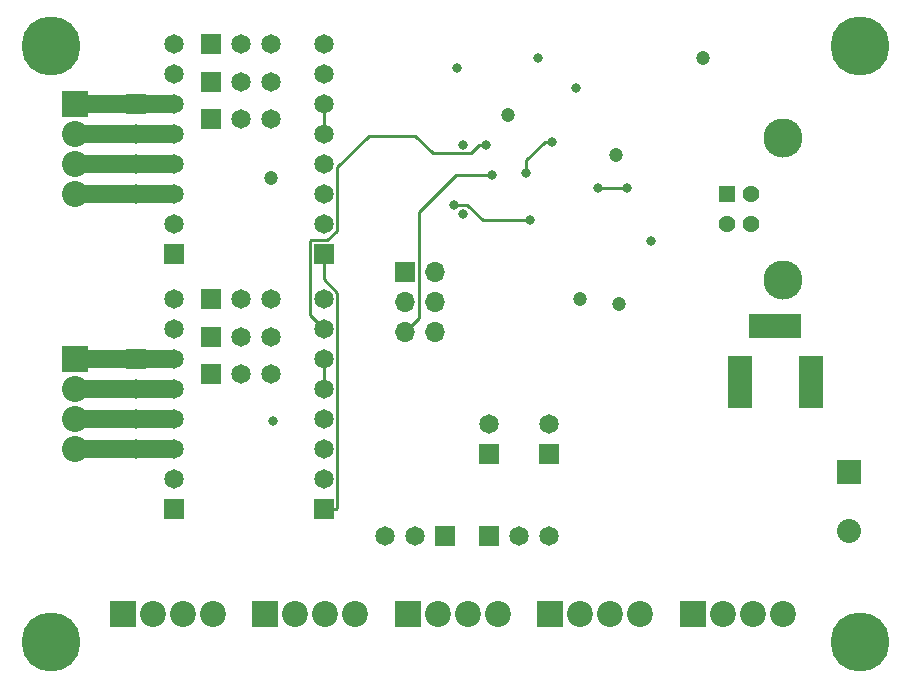
<source format=gbr>
G04 #@! TF.GenerationSoftware,KiCad,Pcbnew,5.1.2-1.fc30*
G04 #@! TF.CreationDate,2019-09-11T07:26:08-04:00*
G04 #@! TF.ProjectId,Platypus,506c6174-7970-4757-932e-6b696361645f,rev?*
G04 #@! TF.SameCoordinates,Original*
G04 #@! TF.FileFunction,Copper,L4,Bot*
G04 #@! TF.FilePolarity,Positive*
%FSLAX46Y46*%
G04 Gerber Fmt 4.6, Leading zero omitted, Abs format (unit mm)*
G04 Created by KiCad (PCBNEW 5.1.2-1.fc30) date 2019-09-11 07:26:08*
%MOMM*%
%LPD*%
G04 APERTURE LIST*
%ADD10C,1.651000*%
%ADD11R,1.651000X1.651000*%
%ADD12R,4.500000X2.000000*%
%ADD13R,2.000000X4.500000*%
%ADD14C,2.200000*%
%ADD15R,2.200000X2.200000*%
%ADD16R,1.700000X1.700000*%
%ADD17O,1.700000X1.700000*%
%ADD18C,3.316000*%
%ADD19C,1.428000*%
%ADD20R,1.428000X1.428000*%
%ADD21C,5.000000*%
%ADD22R,2.032000X2.032000*%
%ADD23C,2.032000*%
%ADD24C,0.800000*%
%ADD25C,1.200000*%
%ADD26C,0.250000*%
%ADD27C,1.500000*%
G04 APERTURE END LIST*
D10*
X176530000Y-72771000D03*
X179070000Y-72771000D03*
D11*
X181610000Y-72771000D03*
X161798000Y-37465000D03*
D10*
X164338000Y-37465000D03*
X166878000Y-37465000D03*
D11*
X161798000Y-34290000D03*
D10*
X164338000Y-34290000D03*
X166878000Y-34290000D03*
X166878000Y-31115000D03*
X164338000Y-31115000D03*
D11*
X161798000Y-31115000D03*
D10*
X171323000Y-31115000D03*
X171323000Y-33655000D03*
X171323000Y-36195000D03*
X171323000Y-38735000D03*
X171323000Y-41275000D03*
X171323000Y-43815000D03*
X171323000Y-46355000D03*
D11*
X171323000Y-48895000D03*
D10*
X158623000Y-31115000D03*
X158623000Y-33655000D03*
X158623000Y-36195000D03*
X158623000Y-38735000D03*
X158623000Y-41275000D03*
X158623000Y-43815000D03*
X158623000Y-46355000D03*
D11*
X158623000Y-48895000D03*
D10*
X166878000Y-59055000D03*
X164338000Y-59055000D03*
D11*
X161798000Y-59055000D03*
D10*
X166878000Y-55880000D03*
X164338000Y-55880000D03*
D11*
X161798000Y-55880000D03*
X161798000Y-52705000D03*
D10*
X164338000Y-52705000D03*
X166878000Y-52705000D03*
D11*
X171323000Y-70485000D03*
D10*
X171323000Y-67945000D03*
X171323000Y-65405000D03*
X171323000Y-62865000D03*
X171323000Y-60325000D03*
X171323000Y-57785000D03*
X171323000Y-55245000D03*
X171323000Y-52705000D03*
D11*
X158623000Y-70485000D03*
D10*
X158623000Y-67945000D03*
X158623000Y-65405000D03*
X158623000Y-62865000D03*
X158623000Y-60325000D03*
X158623000Y-57785000D03*
X158623000Y-55245000D03*
X158623000Y-52705000D03*
D12*
X209550000Y-54990000D03*
D13*
X206550000Y-59690000D03*
X212550000Y-59690000D03*
D14*
X186055000Y-79375000D03*
X183515000Y-79375000D03*
X180975000Y-79375000D03*
D15*
X178435000Y-79375000D03*
X190500000Y-79375000D03*
D14*
X193040000Y-79375000D03*
X195580000Y-79375000D03*
X198120000Y-79375000D03*
D11*
X190373000Y-65786000D03*
D10*
X190373000Y-63246000D03*
X185293000Y-63246000D03*
D11*
X185293000Y-65786000D03*
D14*
X210185000Y-79375000D03*
X207645000Y-79375000D03*
X205105000Y-79375000D03*
D15*
X202565000Y-79375000D03*
X154305000Y-79375000D03*
D14*
X156845000Y-79375000D03*
X159385000Y-79375000D03*
X161925000Y-79375000D03*
X173990000Y-79375000D03*
X171450000Y-79375000D03*
X168910000Y-79375000D03*
D15*
X166370000Y-79375000D03*
D16*
X178181000Y-50419000D03*
D17*
X180721000Y-50419000D03*
X178181000Y-52959000D03*
X180721000Y-52959000D03*
X178181000Y-55499000D03*
X180721000Y-55499000D03*
D15*
X150241000Y-36195000D03*
D14*
X150241000Y-38735000D03*
X150241000Y-41275000D03*
X150241000Y-43815000D03*
D11*
X155448000Y-36195000D03*
D10*
X155448000Y-38735000D03*
X155448000Y-41275000D03*
X155448000Y-43815000D03*
D15*
X150241000Y-57785000D03*
D14*
X150241000Y-60325000D03*
X150241000Y-62865000D03*
X150241000Y-65405000D03*
D10*
X155448000Y-65405000D03*
X155448000Y-62865000D03*
X155448000Y-60325000D03*
D11*
X155448000Y-57785000D03*
D18*
X210196000Y-39045000D03*
X210196000Y-51085000D03*
D19*
X207486000Y-43815000D03*
X207486000Y-46315000D03*
D20*
X205486000Y-43815000D03*
D19*
X205486000Y-46315000D03*
D21*
X216750000Y-31250000D03*
X148250000Y-81750000D03*
X148250000Y-31250000D03*
X216750000Y-81750000D03*
D22*
X215823000Y-67350000D03*
D23*
X215823000Y-72350000D03*
D10*
X190373000Y-72771000D03*
X187833000Y-72771000D03*
D11*
X185293000Y-72771000D03*
D24*
X199009000Y-47752000D03*
X183134000Y-45466000D03*
X183134000Y-39624000D03*
X192659000Y-34798000D03*
X189484000Y-32258000D03*
X182626000Y-33147000D03*
X167000000Y-63000000D03*
D25*
X166846703Y-42449298D03*
X196088000Y-40513000D03*
X203454000Y-32258000D03*
X186955998Y-37084000D03*
X193040000Y-52705000D03*
X196342000Y-53086000D03*
D24*
X188785500Y-46037500D03*
X182372000Y-44767500D03*
X190627000Y-39370000D03*
X188468000Y-42071120D03*
X185547000Y-42164000D03*
X185039000Y-39624000D03*
X194564000Y-43307000D03*
X196977000Y-43307000D03*
D26*
X188785500Y-46037500D02*
X188219815Y-46037500D01*
X183482001Y-44740999D02*
X182785999Y-44740999D01*
X188219815Y-46037500D02*
X184778502Y-46037500D01*
X184778502Y-46037500D02*
X183482001Y-44740999D01*
X182785999Y-44740999D02*
X182398501Y-44740999D01*
X182398501Y-44740999D02*
X182372000Y-44767500D01*
X190061315Y-39370000D02*
X188468000Y-40963315D01*
X190627000Y-39370000D02*
X190061315Y-39370000D01*
X188468000Y-40963315D02*
X188468000Y-41783000D01*
X188468000Y-41783000D02*
X188468000Y-42071120D01*
X179356001Y-54323999D02*
X179356001Y-45306999D01*
X178181000Y-55499000D02*
X179356001Y-54323999D01*
X179356001Y-45306999D02*
X182499000Y-42164000D01*
X182499000Y-42164000D02*
X185547000Y-42164000D01*
X171323000Y-36195000D02*
X171323000Y-38735000D01*
X172398500Y-70485000D02*
X171323000Y-70485000D01*
X172473501Y-70409999D02*
X172398500Y-70485000D01*
X172473501Y-52152759D02*
X172473501Y-70409999D01*
X171323000Y-51002258D02*
X172473501Y-52152759D01*
X171323000Y-48895000D02*
X171323000Y-51002258D01*
D27*
X150241000Y-36195000D02*
X155321000Y-36195000D01*
X155321000Y-36195000D02*
X158623000Y-36195000D01*
X158623000Y-38735000D02*
X155321000Y-38735000D01*
X155321000Y-38735000D02*
X150241000Y-38735000D01*
X150241000Y-41275000D02*
X155321000Y-41275000D01*
X155321000Y-41275000D02*
X158623000Y-41275000D01*
X158623000Y-43815000D02*
X155321000Y-43815000D01*
X155321000Y-43815000D02*
X150241000Y-43815000D01*
D26*
X171323000Y-58952433D02*
X171323000Y-60325000D01*
X171323000Y-57785000D02*
X171323000Y-58952433D01*
X183748314Y-40349001D02*
X180557001Y-40349001D01*
X185039000Y-39624000D02*
X184473315Y-39624000D01*
X184473315Y-39624000D02*
X183748314Y-40349001D01*
X180557001Y-40349001D02*
X179070000Y-38862000D01*
X179070000Y-38862000D02*
X175133000Y-38862000D01*
X170497501Y-54419501D02*
X171323000Y-55245000D01*
X172473501Y-41521499D02*
X172473501Y-46907241D01*
X170172499Y-54094499D02*
X170497501Y-54419501D01*
X172473501Y-46907241D02*
X171636243Y-47744499D01*
X171636243Y-47744499D02*
X170237499Y-47744499D01*
X170237499Y-47744499D02*
X170172499Y-47809499D01*
X170172499Y-47809499D02*
X170172499Y-54094499D01*
X175133000Y-38862000D02*
X172473501Y-41521499D01*
D27*
X158623000Y-65405000D02*
X155321000Y-65405000D01*
X155321000Y-65405000D02*
X150241000Y-65405000D01*
X150241000Y-62865000D02*
X155321000Y-62865000D01*
X155321000Y-62865000D02*
X158623000Y-62865000D01*
X158623000Y-60325000D02*
X155321000Y-60325000D01*
X155321000Y-60325000D02*
X150241000Y-60325000D01*
X150241000Y-57785000D02*
X155321000Y-57785000D01*
X155321000Y-57785000D02*
X158623000Y-57785000D01*
D26*
X194564000Y-43307000D02*
X196977000Y-43307000D01*
M02*

</source>
